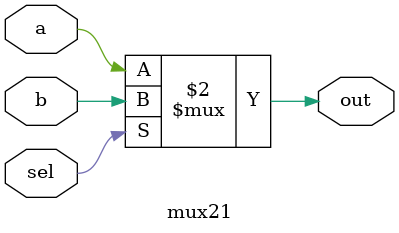
<source format=v>
module mux21 (output out, input a, input b, input sel);
    assign out = (sel==0)?a:b;
endmodule
</source>
